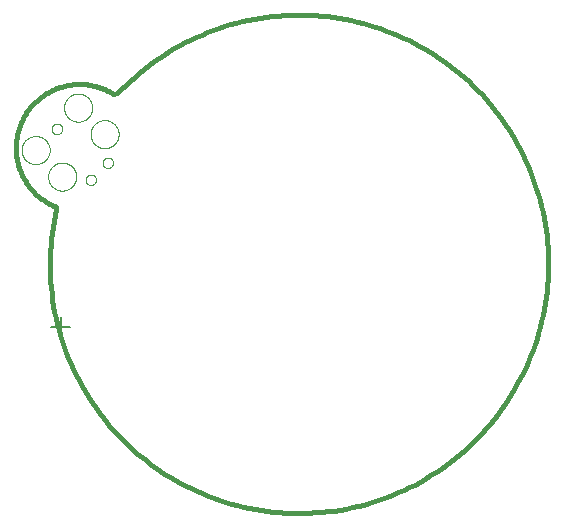
<source format=gbo>
G75*
%MOIN*%
%OFA0B0*%
%FSLAX25Y25*%
%IPPOS*%
%LPD*%
%AMOC8*
5,1,8,0,0,1.08239X$1,22.5*
%
%ADD10C,0.01600*%
%ADD11C,0.00000*%
%ADD12C,0.00800*%
D10*
X0019468Y0104650D02*
X0019041Y0102662D01*
X0018664Y0100665D01*
X0018336Y0098658D01*
X0018056Y0096644D01*
X0017827Y0094624D01*
X0017646Y0092599D01*
X0017516Y0090570D01*
X0017435Y0088539D01*
X0017403Y0086506D01*
X0017422Y0084473D01*
X0017490Y0082441D01*
X0017608Y0080411D01*
X0017776Y0078385D01*
X0017993Y0076364D01*
X0018260Y0074348D01*
X0018576Y0072340D01*
X0018941Y0070339D01*
X0019355Y0068349D01*
X0019817Y0066369D01*
X0020328Y0064401D01*
X0020887Y0062446D01*
X0021493Y0060506D01*
X0022147Y0058581D01*
X0022848Y0056672D01*
X0023595Y0054781D01*
X0024389Y0052910D01*
X0025228Y0051058D01*
X0026112Y0049227D01*
X0027040Y0047418D01*
X0028013Y0045633D01*
X0029029Y0043872D01*
X0030088Y0042136D01*
X0031188Y0040427D01*
X0032331Y0038745D01*
X0033514Y0037092D01*
X0034738Y0035468D01*
X0036000Y0033875D01*
X0037302Y0032313D01*
X0038641Y0030783D01*
X0040017Y0029286D01*
X0041430Y0027824D01*
X0042878Y0026397D01*
X0044360Y0025005D01*
X0045876Y0023651D01*
X0047425Y0022334D01*
X0049006Y0021055D01*
X0050617Y0019815D01*
X0052258Y0018615D01*
X0053928Y0017456D01*
X0055626Y0016337D01*
X0057351Y0015261D01*
X0059102Y0014227D01*
X0060877Y0013237D01*
X0062676Y0012290D01*
X0064498Y0011388D01*
X0066342Y0010530D01*
X0068205Y0009718D01*
X0070089Y0008951D01*
X0071990Y0008231D01*
X0073908Y0007558D01*
X0075843Y0006932D01*
X0077792Y0006353D01*
X0079754Y0005823D01*
X0081729Y0005340D01*
X0083716Y0004906D01*
X0085712Y0004521D01*
X0087717Y0004185D01*
X0089730Y0003898D01*
X0091749Y0003660D01*
X0093773Y0003472D01*
X0095802Y0003333D01*
X0097833Y0003244D01*
X0099866Y0003205D01*
X0101899Y0003216D01*
X0103931Y0003276D01*
X0105961Y0003386D01*
X0107988Y0003546D01*
X0110010Y0003755D01*
X0112027Y0004014D01*
X0114036Y0004322D01*
X0116038Y0004679D01*
X0118030Y0005086D01*
X0120011Y0005540D01*
X0121981Y0006043D01*
X0123938Y0006595D01*
X0125881Y0007193D01*
X0127809Y0007840D01*
X0129720Y0008533D01*
X0131614Y0009273D01*
X0133489Y0010059D01*
X0135344Y0010891D01*
X0137178Y0011767D01*
X0138991Y0012689D01*
X0140780Y0013655D01*
X0142545Y0014664D01*
X0144285Y0015716D01*
X0145998Y0016810D01*
X0147684Y0017946D01*
X0149342Y0019123D01*
X0150971Y0020340D01*
X0152569Y0021596D01*
X0154136Y0022891D01*
X0155671Y0024225D01*
X0157173Y0025595D01*
X0158641Y0027002D01*
X0160074Y0028444D01*
X0161471Y0029921D01*
X0162831Y0031432D01*
X0164155Y0032976D01*
X0165440Y0034551D01*
X0166686Y0036158D01*
X0167892Y0037794D01*
X0169058Y0039460D01*
X0170183Y0041153D01*
X0171266Y0042874D01*
X0172306Y0044621D01*
X0173304Y0046392D01*
X0174258Y0048188D01*
X0175167Y0050006D01*
X0176032Y0051846D01*
X0176852Y0053707D01*
X0177625Y0055587D01*
X0178353Y0057485D01*
X0179034Y0059401D01*
X0179667Y0061333D01*
X0180254Y0063280D01*
X0180792Y0065240D01*
X0181282Y0067213D01*
X0181724Y0069198D01*
X0182117Y0071193D01*
X0182461Y0073196D01*
X0182756Y0075208D01*
X0183001Y0077226D01*
X0183198Y0079250D01*
X0183344Y0081278D01*
X0183441Y0083308D01*
X0183488Y0085341D01*
X0183485Y0087374D01*
X0183433Y0089406D01*
X0183331Y0091437D01*
X0183179Y0093464D01*
X0182977Y0095488D01*
X0182726Y0097505D01*
X0182426Y0099516D01*
X0182077Y0101519D01*
X0181679Y0103512D01*
X0181232Y0105496D01*
X0180736Y0107468D01*
X0180193Y0109427D01*
X0179601Y0111372D01*
X0178963Y0113302D01*
X0178277Y0115216D01*
X0177544Y0117113D01*
X0176766Y0118991D01*
X0175941Y0120849D01*
X0175072Y0122687D01*
X0174157Y0124503D01*
X0173199Y0126296D01*
X0172196Y0128065D01*
X0171151Y0129809D01*
X0170064Y0131526D01*
X0168934Y0133217D01*
X0167764Y0134879D01*
X0166553Y0136513D01*
X0165303Y0138116D01*
X0164014Y0139688D01*
X0162687Y0141228D01*
X0161322Y0142735D01*
X0159921Y0144209D01*
X0158484Y0145647D01*
X0157013Y0147050D01*
X0155507Y0148417D01*
X0153969Y0149746D01*
X0152399Y0151037D01*
X0150797Y0152289D01*
X0149165Y0153502D01*
X0147504Y0154675D01*
X0145815Y0155806D01*
X0144099Y0156896D01*
X0142356Y0157943D01*
X0140588Y0158948D01*
X0138797Y0159908D01*
X0136982Y0160825D01*
X0135145Y0161697D01*
X0133288Y0162524D01*
X0131411Y0163305D01*
X0129515Y0164040D01*
X0127602Y0164728D01*
X0125673Y0165369D01*
X0123728Y0165963D01*
X0121770Y0166509D01*
X0119799Y0167007D01*
X0117816Y0167457D01*
X0115823Y0167857D01*
X0113820Y0168209D01*
X0111810Y0168512D01*
X0109793Y0168766D01*
X0107770Y0168970D01*
X0105742Y0169124D01*
X0103712Y0169229D01*
X0101680Y0169284D01*
X0099647Y0169289D01*
X0097614Y0169245D01*
X0095583Y0169150D01*
X0093555Y0169006D01*
X0091531Y0168813D01*
X0089513Y0168570D01*
X0087501Y0168277D01*
X0085496Y0167936D01*
X0083501Y0167545D01*
X0081516Y0167106D01*
X0079542Y0166619D01*
X0077581Y0166083D01*
X0075634Y0165499D01*
X0073701Y0164868D01*
X0071784Y0164189D01*
X0069885Y0163464D01*
X0068004Y0162693D01*
X0066142Y0161876D01*
X0064301Y0161013D01*
X0062482Y0160106D01*
X0060685Y0159155D01*
X0058912Y0158159D01*
X0057164Y0157121D01*
X0055442Y0156040D01*
X0053747Y0154917D01*
X0052080Y0153754D01*
X0050442Y0152549D01*
X0048834Y0151305D01*
X0047257Y0150022D01*
X0045712Y0148701D01*
X0044199Y0147342D01*
X0042720Y0145947D01*
X0041276Y0144516D01*
X0039867Y0143050D01*
X0038868Y0142750D02*
X0038431Y0143027D01*
X0037987Y0143293D01*
X0037537Y0143548D01*
X0037081Y0143792D01*
X0036619Y0144025D01*
X0036152Y0144246D01*
X0035679Y0144456D01*
X0035202Y0144654D01*
X0034719Y0144841D01*
X0034233Y0145016D01*
X0033742Y0145179D01*
X0033247Y0145330D01*
X0032749Y0145469D01*
X0032247Y0145596D01*
X0031743Y0145710D01*
X0031236Y0145812D01*
X0030727Y0145902D01*
X0030215Y0145979D01*
X0029702Y0146044D01*
X0029188Y0146096D01*
X0028672Y0146136D01*
X0028156Y0146163D01*
X0027639Y0146177D01*
X0027121Y0146179D01*
X0026604Y0146169D01*
X0026088Y0146145D01*
X0025572Y0146109D01*
X0025057Y0146061D01*
X0024543Y0146000D01*
X0024031Y0145926D01*
X0023521Y0145840D01*
X0023014Y0145742D01*
X0022508Y0145631D01*
X0022006Y0145508D01*
X0021507Y0145373D01*
X0021011Y0145226D01*
X0020519Y0145066D01*
X0020031Y0144895D01*
X0019547Y0144712D01*
X0019068Y0144517D01*
X0018594Y0144311D01*
X0018125Y0144093D01*
X0017662Y0143863D01*
X0017204Y0143623D01*
X0016752Y0143371D01*
X0016306Y0143108D01*
X0015867Y0142835D01*
X0015435Y0142551D01*
X0015010Y0142256D01*
X0014592Y0141951D01*
X0014182Y0141637D01*
X0013779Y0141312D01*
X0013385Y0140977D01*
X0012999Y0140633D01*
X0012621Y0140280D01*
X0012252Y0139918D01*
X0011892Y0139546D01*
X0011541Y0139166D01*
X0011200Y0138778D01*
X0010868Y0138381D01*
X0010546Y0137977D01*
X0010233Y0137564D01*
X0009931Y0137144D01*
X0009640Y0136717D01*
X0009358Y0136283D01*
X0009088Y0135843D01*
X0008828Y0135395D01*
X0008579Y0134942D01*
X0008342Y0134483D01*
X0008115Y0134018D01*
X0007900Y0133547D01*
X0007697Y0133072D01*
X0007505Y0132591D01*
X0007325Y0132107D01*
X0007157Y0131617D01*
X0007001Y0131124D01*
X0006857Y0130628D01*
X0006725Y0130128D01*
X0006605Y0129625D01*
X0006498Y0129119D01*
X0006403Y0128610D01*
X0006320Y0128100D01*
X0006250Y0127587D01*
X0006192Y0127073D01*
X0006147Y0126558D01*
X0006114Y0126042D01*
X0006094Y0125525D01*
X0006087Y0125008D01*
X0006092Y0124491D01*
X0006110Y0123974D01*
X0006141Y0123458D01*
X0006184Y0122942D01*
X0006239Y0122428D01*
X0006307Y0121915D01*
X0006388Y0121405D01*
X0006481Y0120896D01*
X0006586Y0120389D01*
X0006704Y0119886D01*
X0006834Y0119385D01*
X0006976Y0118888D01*
X0007130Y0118394D01*
X0007296Y0117905D01*
X0007474Y0117419D01*
X0007664Y0116938D01*
X0007866Y0116462D01*
X0008079Y0115990D01*
X0008303Y0115524D01*
X0008539Y0115064D01*
X0008786Y0114610D01*
X0009044Y0114161D01*
X0009313Y0113719D01*
X0009592Y0113284D01*
X0009882Y0112856D01*
X0010183Y0112435D01*
X0010493Y0112021D01*
X0010814Y0111616D01*
X0011144Y0111218D01*
X0011484Y0110828D01*
X0011833Y0110446D01*
X0012192Y0110074D01*
X0012559Y0109710D01*
X0012935Y0109355D01*
X0013320Y0109009D01*
X0013713Y0108673D01*
X0014114Y0108347D01*
X0014523Y0108030D01*
X0014940Y0107724D01*
X0015364Y0107428D01*
X0015795Y0107142D01*
X0016233Y0106867D01*
X0016677Y0106602D01*
X0017128Y0106349D01*
X0017585Y0106106D01*
X0018048Y0105875D01*
X0018516Y0105655D01*
X0018989Y0105447D01*
X0019467Y0105250D01*
D11*
X0016860Y0115340D02*
X0016862Y0115477D01*
X0016868Y0115613D01*
X0016878Y0115749D01*
X0016892Y0115885D01*
X0016910Y0116021D01*
X0016932Y0116156D01*
X0016957Y0116290D01*
X0016987Y0116423D01*
X0017021Y0116555D01*
X0017058Y0116687D01*
X0017099Y0116817D01*
X0017145Y0116946D01*
X0017193Y0117074D01*
X0017246Y0117200D01*
X0017302Y0117324D01*
X0017362Y0117447D01*
X0017425Y0117568D01*
X0017492Y0117687D01*
X0017562Y0117804D01*
X0017636Y0117920D01*
X0017713Y0118032D01*
X0017793Y0118143D01*
X0017877Y0118251D01*
X0017964Y0118357D01*
X0018053Y0118460D01*
X0018146Y0118560D01*
X0018241Y0118658D01*
X0018340Y0118753D01*
X0018441Y0118845D01*
X0018545Y0118933D01*
X0018651Y0119019D01*
X0018760Y0119102D01*
X0018871Y0119181D01*
X0018984Y0119258D01*
X0019100Y0119331D01*
X0019217Y0119400D01*
X0019337Y0119466D01*
X0019458Y0119528D01*
X0019582Y0119587D01*
X0019707Y0119643D01*
X0019833Y0119694D01*
X0019961Y0119742D01*
X0020090Y0119786D01*
X0020221Y0119827D01*
X0020353Y0119863D01*
X0020485Y0119896D01*
X0020619Y0119924D01*
X0020753Y0119949D01*
X0020888Y0119970D01*
X0021024Y0119987D01*
X0021160Y0120000D01*
X0021296Y0120009D01*
X0021433Y0120014D01*
X0021569Y0120015D01*
X0021706Y0120012D01*
X0021842Y0120005D01*
X0021978Y0119994D01*
X0022114Y0119979D01*
X0022249Y0119960D01*
X0022384Y0119937D01*
X0022518Y0119910D01*
X0022651Y0119880D01*
X0022783Y0119845D01*
X0022915Y0119807D01*
X0023044Y0119765D01*
X0023173Y0119719D01*
X0023300Y0119669D01*
X0023426Y0119615D01*
X0023550Y0119558D01*
X0023673Y0119498D01*
X0023793Y0119433D01*
X0023912Y0119366D01*
X0024028Y0119295D01*
X0024143Y0119220D01*
X0024255Y0119142D01*
X0024365Y0119061D01*
X0024473Y0118977D01*
X0024578Y0118889D01*
X0024680Y0118799D01*
X0024780Y0118706D01*
X0024877Y0118609D01*
X0024971Y0118510D01*
X0025062Y0118409D01*
X0025150Y0118304D01*
X0025235Y0118197D01*
X0025317Y0118088D01*
X0025396Y0117976D01*
X0025471Y0117862D01*
X0025543Y0117746D01*
X0025612Y0117628D01*
X0025677Y0117508D01*
X0025739Y0117386D01*
X0025797Y0117262D01*
X0025851Y0117137D01*
X0025902Y0117010D01*
X0025948Y0116882D01*
X0025992Y0116752D01*
X0026031Y0116621D01*
X0026067Y0116489D01*
X0026098Y0116356D01*
X0026126Y0116223D01*
X0026150Y0116088D01*
X0026170Y0115953D01*
X0026186Y0115817D01*
X0026198Y0115681D01*
X0026206Y0115545D01*
X0026210Y0115408D01*
X0026210Y0115272D01*
X0026206Y0115135D01*
X0026198Y0114999D01*
X0026186Y0114863D01*
X0026170Y0114727D01*
X0026150Y0114592D01*
X0026126Y0114457D01*
X0026098Y0114324D01*
X0026067Y0114191D01*
X0026031Y0114059D01*
X0025992Y0113928D01*
X0025948Y0113798D01*
X0025902Y0113670D01*
X0025851Y0113543D01*
X0025797Y0113418D01*
X0025739Y0113294D01*
X0025677Y0113172D01*
X0025612Y0113052D01*
X0025543Y0112934D01*
X0025471Y0112818D01*
X0025396Y0112704D01*
X0025317Y0112592D01*
X0025235Y0112483D01*
X0025150Y0112376D01*
X0025062Y0112271D01*
X0024971Y0112170D01*
X0024877Y0112071D01*
X0024780Y0111974D01*
X0024680Y0111881D01*
X0024578Y0111791D01*
X0024473Y0111703D01*
X0024365Y0111619D01*
X0024255Y0111538D01*
X0024143Y0111460D01*
X0024028Y0111385D01*
X0023912Y0111314D01*
X0023793Y0111247D01*
X0023673Y0111182D01*
X0023550Y0111122D01*
X0023426Y0111065D01*
X0023300Y0111011D01*
X0023173Y0110961D01*
X0023044Y0110915D01*
X0022915Y0110873D01*
X0022783Y0110835D01*
X0022651Y0110800D01*
X0022518Y0110770D01*
X0022384Y0110743D01*
X0022249Y0110720D01*
X0022114Y0110701D01*
X0021978Y0110686D01*
X0021842Y0110675D01*
X0021706Y0110668D01*
X0021569Y0110665D01*
X0021433Y0110666D01*
X0021296Y0110671D01*
X0021160Y0110680D01*
X0021024Y0110693D01*
X0020888Y0110710D01*
X0020753Y0110731D01*
X0020619Y0110756D01*
X0020485Y0110784D01*
X0020353Y0110817D01*
X0020221Y0110853D01*
X0020090Y0110894D01*
X0019961Y0110938D01*
X0019833Y0110986D01*
X0019707Y0111037D01*
X0019582Y0111093D01*
X0019458Y0111152D01*
X0019337Y0111214D01*
X0019217Y0111280D01*
X0019100Y0111349D01*
X0018984Y0111422D01*
X0018871Y0111499D01*
X0018760Y0111578D01*
X0018651Y0111661D01*
X0018545Y0111747D01*
X0018441Y0111835D01*
X0018340Y0111927D01*
X0018241Y0112022D01*
X0018146Y0112120D01*
X0018053Y0112220D01*
X0017964Y0112323D01*
X0017877Y0112429D01*
X0017793Y0112537D01*
X0017713Y0112648D01*
X0017636Y0112760D01*
X0017562Y0112876D01*
X0017492Y0112993D01*
X0017425Y0113112D01*
X0017362Y0113233D01*
X0017302Y0113356D01*
X0017246Y0113480D01*
X0017193Y0113606D01*
X0017145Y0113734D01*
X0017099Y0113863D01*
X0017058Y0113993D01*
X0017021Y0114125D01*
X0016987Y0114257D01*
X0016957Y0114390D01*
X0016932Y0114524D01*
X0016910Y0114659D01*
X0016892Y0114795D01*
X0016878Y0114931D01*
X0016868Y0115067D01*
X0016862Y0115203D01*
X0016860Y0115340D01*
X0008022Y0124179D02*
X0008024Y0124316D01*
X0008030Y0124452D01*
X0008040Y0124588D01*
X0008054Y0124724D01*
X0008072Y0124860D01*
X0008094Y0124995D01*
X0008119Y0125129D01*
X0008149Y0125262D01*
X0008183Y0125394D01*
X0008220Y0125526D01*
X0008261Y0125656D01*
X0008307Y0125785D01*
X0008355Y0125913D01*
X0008408Y0126039D01*
X0008464Y0126163D01*
X0008524Y0126286D01*
X0008587Y0126407D01*
X0008654Y0126526D01*
X0008724Y0126643D01*
X0008798Y0126759D01*
X0008875Y0126871D01*
X0008955Y0126982D01*
X0009039Y0127090D01*
X0009126Y0127196D01*
X0009215Y0127299D01*
X0009308Y0127399D01*
X0009403Y0127497D01*
X0009502Y0127592D01*
X0009603Y0127684D01*
X0009707Y0127772D01*
X0009813Y0127858D01*
X0009922Y0127941D01*
X0010033Y0128020D01*
X0010146Y0128097D01*
X0010262Y0128170D01*
X0010379Y0128239D01*
X0010499Y0128305D01*
X0010620Y0128367D01*
X0010744Y0128426D01*
X0010869Y0128482D01*
X0010995Y0128533D01*
X0011123Y0128581D01*
X0011252Y0128625D01*
X0011383Y0128666D01*
X0011515Y0128702D01*
X0011647Y0128735D01*
X0011781Y0128763D01*
X0011915Y0128788D01*
X0012050Y0128809D01*
X0012186Y0128826D01*
X0012322Y0128839D01*
X0012458Y0128848D01*
X0012595Y0128853D01*
X0012731Y0128854D01*
X0012868Y0128851D01*
X0013004Y0128844D01*
X0013140Y0128833D01*
X0013276Y0128818D01*
X0013411Y0128799D01*
X0013546Y0128776D01*
X0013680Y0128749D01*
X0013813Y0128719D01*
X0013945Y0128684D01*
X0014077Y0128646D01*
X0014206Y0128604D01*
X0014335Y0128558D01*
X0014462Y0128508D01*
X0014588Y0128454D01*
X0014712Y0128397D01*
X0014835Y0128337D01*
X0014955Y0128272D01*
X0015074Y0128205D01*
X0015190Y0128134D01*
X0015305Y0128059D01*
X0015417Y0127981D01*
X0015527Y0127900D01*
X0015635Y0127816D01*
X0015740Y0127728D01*
X0015842Y0127638D01*
X0015942Y0127545D01*
X0016039Y0127448D01*
X0016133Y0127349D01*
X0016224Y0127248D01*
X0016312Y0127143D01*
X0016397Y0127036D01*
X0016479Y0126927D01*
X0016558Y0126815D01*
X0016633Y0126701D01*
X0016705Y0126585D01*
X0016774Y0126467D01*
X0016839Y0126347D01*
X0016901Y0126225D01*
X0016959Y0126101D01*
X0017013Y0125976D01*
X0017064Y0125849D01*
X0017110Y0125721D01*
X0017154Y0125591D01*
X0017193Y0125460D01*
X0017229Y0125328D01*
X0017260Y0125195D01*
X0017288Y0125062D01*
X0017312Y0124927D01*
X0017332Y0124792D01*
X0017348Y0124656D01*
X0017360Y0124520D01*
X0017368Y0124384D01*
X0017372Y0124247D01*
X0017372Y0124111D01*
X0017368Y0123974D01*
X0017360Y0123838D01*
X0017348Y0123702D01*
X0017332Y0123566D01*
X0017312Y0123431D01*
X0017288Y0123296D01*
X0017260Y0123163D01*
X0017229Y0123030D01*
X0017193Y0122898D01*
X0017154Y0122767D01*
X0017110Y0122637D01*
X0017064Y0122509D01*
X0017013Y0122382D01*
X0016959Y0122257D01*
X0016901Y0122133D01*
X0016839Y0122011D01*
X0016774Y0121891D01*
X0016705Y0121773D01*
X0016633Y0121657D01*
X0016558Y0121543D01*
X0016479Y0121431D01*
X0016397Y0121322D01*
X0016312Y0121215D01*
X0016224Y0121110D01*
X0016133Y0121009D01*
X0016039Y0120910D01*
X0015942Y0120813D01*
X0015842Y0120720D01*
X0015740Y0120630D01*
X0015635Y0120542D01*
X0015527Y0120458D01*
X0015417Y0120377D01*
X0015305Y0120299D01*
X0015190Y0120224D01*
X0015074Y0120153D01*
X0014955Y0120086D01*
X0014835Y0120021D01*
X0014712Y0119961D01*
X0014588Y0119904D01*
X0014462Y0119850D01*
X0014335Y0119800D01*
X0014206Y0119754D01*
X0014077Y0119712D01*
X0013945Y0119674D01*
X0013813Y0119639D01*
X0013680Y0119609D01*
X0013546Y0119582D01*
X0013411Y0119559D01*
X0013276Y0119540D01*
X0013140Y0119525D01*
X0013004Y0119514D01*
X0012868Y0119507D01*
X0012731Y0119504D01*
X0012595Y0119505D01*
X0012458Y0119510D01*
X0012322Y0119519D01*
X0012186Y0119532D01*
X0012050Y0119549D01*
X0011915Y0119570D01*
X0011781Y0119595D01*
X0011647Y0119623D01*
X0011515Y0119656D01*
X0011383Y0119692D01*
X0011252Y0119733D01*
X0011123Y0119777D01*
X0010995Y0119825D01*
X0010869Y0119876D01*
X0010744Y0119932D01*
X0010620Y0119991D01*
X0010499Y0120053D01*
X0010379Y0120119D01*
X0010262Y0120188D01*
X0010146Y0120261D01*
X0010033Y0120338D01*
X0009922Y0120417D01*
X0009813Y0120500D01*
X0009707Y0120586D01*
X0009603Y0120674D01*
X0009502Y0120766D01*
X0009403Y0120861D01*
X0009308Y0120959D01*
X0009215Y0121059D01*
X0009126Y0121162D01*
X0009039Y0121268D01*
X0008955Y0121376D01*
X0008875Y0121487D01*
X0008798Y0121599D01*
X0008724Y0121715D01*
X0008654Y0121832D01*
X0008587Y0121951D01*
X0008524Y0122072D01*
X0008464Y0122195D01*
X0008408Y0122319D01*
X0008355Y0122445D01*
X0008307Y0122573D01*
X0008261Y0122702D01*
X0008220Y0122832D01*
X0008183Y0122964D01*
X0008149Y0123096D01*
X0008119Y0123229D01*
X0008094Y0123363D01*
X0008072Y0123498D01*
X0008054Y0123634D01*
X0008040Y0123770D01*
X0008030Y0123906D01*
X0008024Y0124042D01*
X0008022Y0124179D01*
X0018018Y0131250D02*
X0018020Y0131333D01*
X0018026Y0131416D01*
X0018036Y0131499D01*
X0018050Y0131581D01*
X0018067Y0131663D01*
X0018089Y0131743D01*
X0018114Y0131822D01*
X0018143Y0131900D01*
X0018176Y0131977D01*
X0018213Y0132052D01*
X0018252Y0132125D01*
X0018296Y0132196D01*
X0018342Y0132265D01*
X0018392Y0132332D01*
X0018445Y0132396D01*
X0018501Y0132458D01*
X0018560Y0132517D01*
X0018622Y0132573D01*
X0018686Y0132626D01*
X0018753Y0132676D01*
X0018822Y0132722D01*
X0018893Y0132766D01*
X0018966Y0132805D01*
X0019041Y0132842D01*
X0019118Y0132875D01*
X0019196Y0132904D01*
X0019275Y0132929D01*
X0019355Y0132951D01*
X0019437Y0132968D01*
X0019519Y0132982D01*
X0019602Y0132992D01*
X0019685Y0132998D01*
X0019768Y0133000D01*
X0019851Y0132998D01*
X0019934Y0132992D01*
X0020017Y0132982D01*
X0020099Y0132968D01*
X0020181Y0132951D01*
X0020261Y0132929D01*
X0020340Y0132904D01*
X0020418Y0132875D01*
X0020495Y0132842D01*
X0020570Y0132805D01*
X0020643Y0132766D01*
X0020714Y0132722D01*
X0020783Y0132676D01*
X0020850Y0132626D01*
X0020914Y0132573D01*
X0020976Y0132517D01*
X0021035Y0132458D01*
X0021091Y0132396D01*
X0021144Y0132332D01*
X0021194Y0132265D01*
X0021240Y0132196D01*
X0021284Y0132125D01*
X0021323Y0132052D01*
X0021360Y0131977D01*
X0021393Y0131900D01*
X0021422Y0131822D01*
X0021447Y0131743D01*
X0021469Y0131663D01*
X0021486Y0131581D01*
X0021500Y0131499D01*
X0021510Y0131416D01*
X0021516Y0131333D01*
X0021518Y0131250D01*
X0021516Y0131167D01*
X0021510Y0131084D01*
X0021500Y0131001D01*
X0021486Y0130919D01*
X0021469Y0130837D01*
X0021447Y0130757D01*
X0021422Y0130678D01*
X0021393Y0130600D01*
X0021360Y0130523D01*
X0021323Y0130448D01*
X0021284Y0130375D01*
X0021240Y0130304D01*
X0021194Y0130235D01*
X0021144Y0130168D01*
X0021091Y0130104D01*
X0021035Y0130042D01*
X0020976Y0129983D01*
X0020914Y0129927D01*
X0020850Y0129874D01*
X0020783Y0129824D01*
X0020714Y0129778D01*
X0020643Y0129734D01*
X0020570Y0129695D01*
X0020495Y0129658D01*
X0020418Y0129625D01*
X0020340Y0129596D01*
X0020261Y0129571D01*
X0020181Y0129549D01*
X0020099Y0129532D01*
X0020017Y0129518D01*
X0019934Y0129508D01*
X0019851Y0129502D01*
X0019768Y0129500D01*
X0019685Y0129502D01*
X0019602Y0129508D01*
X0019519Y0129518D01*
X0019437Y0129532D01*
X0019355Y0129549D01*
X0019275Y0129571D01*
X0019196Y0129596D01*
X0019118Y0129625D01*
X0019041Y0129658D01*
X0018966Y0129695D01*
X0018893Y0129734D01*
X0018822Y0129778D01*
X0018753Y0129824D01*
X0018686Y0129874D01*
X0018622Y0129927D01*
X0018560Y0129983D01*
X0018501Y0130042D01*
X0018445Y0130104D01*
X0018392Y0130168D01*
X0018342Y0130235D01*
X0018296Y0130304D01*
X0018252Y0130375D01*
X0018213Y0130448D01*
X0018176Y0130523D01*
X0018143Y0130600D01*
X0018114Y0130678D01*
X0018089Y0130757D01*
X0018067Y0130837D01*
X0018050Y0130919D01*
X0018036Y0131001D01*
X0018026Y0131084D01*
X0018020Y0131167D01*
X0018018Y0131250D01*
X0022164Y0138321D02*
X0022166Y0138458D01*
X0022172Y0138594D01*
X0022182Y0138730D01*
X0022196Y0138866D01*
X0022214Y0139002D01*
X0022236Y0139137D01*
X0022261Y0139271D01*
X0022291Y0139404D01*
X0022325Y0139536D01*
X0022362Y0139668D01*
X0022403Y0139798D01*
X0022449Y0139927D01*
X0022497Y0140055D01*
X0022550Y0140181D01*
X0022606Y0140305D01*
X0022666Y0140428D01*
X0022729Y0140549D01*
X0022796Y0140668D01*
X0022866Y0140785D01*
X0022940Y0140901D01*
X0023017Y0141013D01*
X0023097Y0141124D01*
X0023181Y0141232D01*
X0023268Y0141338D01*
X0023357Y0141441D01*
X0023450Y0141541D01*
X0023545Y0141639D01*
X0023644Y0141734D01*
X0023745Y0141826D01*
X0023849Y0141914D01*
X0023955Y0142000D01*
X0024064Y0142083D01*
X0024175Y0142162D01*
X0024288Y0142239D01*
X0024404Y0142312D01*
X0024521Y0142381D01*
X0024641Y0142447D01*
X0024762Y0142509D01*
X0024886Y0142568D01*
X0025011Y0142624D01*
X0025137Y0142675D01*
X0025265Y0142723D01*
X0025394Y0142767D01*
X0025525Y0142808D01*
X0025657Y0142844D01*
X0025789Y0142877D01*
X0025923Y0142905D01*
X0026057Y0142930D01*
X0026192Y0142951D01*
X0026328Y0142968D01*
X0026464Y0142981D01*
X0026600Y0142990D01*
X0026737Y0142995D01*
X0026873Y0142996D01*
X0027010Y0142993D01*
X0027146Y0142986D01*
X0027282Y0142975D01*
X0027418Y0142960D01*
X0027553Y0142941D01*
X0027688Y0142918D01*
X0027822Y0142891D01*
X0027955Y0142861D01*
X0028087Y0142826D01*
X0028219Y0142788D01*
X0028348Y0142746D01*
X0028477Y0142700D01*
X0028604Y0142650D01*
X0028730Y0142596D01*
X0028854Y0142539D01*
X0028977Y0142479D01*
X0029097Y0142414D01*
X0029216Y0142347D01*
X0029332Y0142276D01*
X0029447Y0142201D01*
X0029559Y0142123D01*
X0029669Y0142042D01*
X0029777Y0141958D01*
X0029882Y0141870D01*
X0029984Y0141780D01*
X0030084Y0141687D01*
X0030181Y0141590D01*
X0030275Y0141491D01*
X0030366Y0141390D01*
X0030454Y0141285D01*
X0030539Y0141178D01*
X0030621Y0141069D01*
X0030700Y0140957D01*
X0030775Y0140843D01*
X0030847Y0140727D01*
X0030916Y0140609D01*
X0030981Y0140489D01*
X0031043Y0140367D01*
X0031101Y0140243D01*
X0031155Y0140118D01*
X0031206Y0139991D01*
X0031252Y0139863D01*
X0031296Y0139733D01*
X0031335Y0139602D01*
X0031371Y0139470D01*
X0031402Y0139337D01*
X0031430Y0139204D01*
X0031454Y0139069D01*
X0031474Y0138934D01*
X0031490Y0138798D01*
X0031502Y0138662D01*
X0031510Y0138526D01*
X0031514Y0138389D01*
X0031514Y0138253D01*
X0031510Y0138116D01*
X0031502Y0137980D01*
X0031490Y0137844D01*
X0031474Y0137708D01*
X0031454Y0137573D01*
X0031430Y0137438D01*
X0031402Y0137305D01*
X0031371Y0137172D01*
X0031335Y0137040D01*
X0031296Y0136909D01*
X0031252Y0136779D01*
X0031206Y0136651D01*
X0031155Y0136524D01*
X0031101Y0136399D01*
X0031043Y0136275D01*
X0030981Y0136153D01*
X0030916Y0136033D01*
X0030847Y0135915D01*
X0030775Y0135799D01*
X0030700Y0135685D01*
X0030621Y0135573D01*
X0030539Y0135464D01*
X0030454Y0135357D01*
X0030366Y0135252D01*
X0030275Y0135151D01*
X0030181Y0135052D01*
X0030084Y0134955D01*
X0029984Y0134862D01*
X0029882Y0134772D01*
X0029777Y0134684D01*
X0029669Y0134600D01*
X0029559Y0134519D01*
X0029447Y0134441D01*
X0029332Y0134366D01*
X0029216Y0134295D01*
X0029097Y0134228D01*
X0028977Y0134163D01*
X0028854Y0134103D01*
X0028730Y0134046D01*
X0028604Y0133992D01*
X0028477Y0133942D01*
X0028348Y0133896D01*
X0028219Y0133854D01*
X0028087Y0133816D01*
X0027955Y0133781D01*
X0027822Y0133751D01*
X0027688Y0133724D01*
X0027553Y0133701D01*
X0027418Y0133682D01*
X0027282Y0133667D01*
X0027146Y0133656D01*
X0027010Y0133649D01*
X0026873Y0133646D01*
X0026737Y0133647D01*
X0026600Y0133652D01*
X0026464Y0133661D01*
X0026328Y0133674D01*
X0026192Y0133691D01*
X0026057Y0133712D01*
X0025923Y0133737D01*
X0025789Y0133765D01*
X0025657Y0133798D01*
X0025525Y0133834D01*
X0025394Y0133875D01*
X0025265Y0133919D01*
X0025137Y0133967D01*
X0025011Y0134018D01*
X0024886Y0134074D01*
X0024762Y0134133D01*
X0024641Y0134195D01*
X0024521Y0134261D01*
X0024404Y0134330D01*
X0024288Y0134403D01*
X0024175Y0134480D01*
X0024064Y0134559D01*
X0023955Y0134642D01*
X0023849Y0134728D01*
X0023745Y0134816D01*
X0023644Y0134908D01*
X0023545Y0135003D01*
X0023450Y0135101D01*
X0023357Y0135201D01*
X0023268Y0135304D01*
X0023181Y0135410D01*
X0023097Y0135518D01*
X0023017Y0135629D01*
X0022940Y0135741D01*
X0022866Y0135857D01*
X0022796Y0135974D01*
X0022729Y0136093D01*
X0022666Y0136214D01*
X0022606Y0136337D01*
X0022550Y0136461D01*
X0022497Y0136587D01*
X0022449Y0136715D01*
X0022403Y0136844D01*
X0022362Y0136974D01*
X0022325Y0137106D01*
X0022291Y0137238D01*
X0022261Y0137371D01*
X0022236Y0137505D01*
X0022214Y0137640D01*
X0022196Y0137776D01*
X0022182Y0137912D01*
X0022172Y0138048D01*
X0022166Y0138184D01*
X0022164Y0138321D01*
X0031003Y0129482D02*
X0031005Y0129619D01*
X0031011Y0129755D01*
X0031021Y0129891D01*
X0031035Y0130027D01*
X0031053Y0130163D01*
X0031075Y0130298D01*
X0031100Y0130432D01*
X0031130Y0130565D01*
X0031164Y0130697D01*
X0031201Y0130829D01*
X0031242Y0130959D01*
X0031288Y0131088D01*
X0031336Y0131216D01*
X0031389Y0131342D01*
X0031445Y0131466D01*
X0031505Y0131589D01*
X0031568Y0131710D01*
X0031635Y0131829D01*
X0031705Y0131946D01*
X0031779Y0132062D01*
X0031856Y0132174D01*
X0031936Y0132285D01*
X0032020Y0132393D01*
X0032107Y0132499D01*
X0032196Y0132602D01*
X0032289Y0132702D01*
X0032384Y0132800D01*
X0032483Y0132895D01*
X0032584Y0132987D01*
X0032688Y0133075D01*
X0032794Y0133161D01*
X0032903Y0133244D01*
X0033014Y0133323D01*
X0033127Y0133400D01*
X0033243Y0133473D01*
X0033360Y0133542D01*
X0033480Y0133608D01*
X0033601Y0133670D01*
X0033725Y0133729D01*
X0033850Y0133785D01*
X0033976Y0133836D01*
X0034104Y0133884D01*
X0034233Y0133928D01*
X0034364Y0133969D01*
X0034496Y0134005D01*
X0034628Y0134038D01*
X0034762Y0134066D01*
X0034896Y0134091D01*
X0035031Y0134112D01*
X0035167Y0134129D01*
X0035303Y0134142D01*
X0035439Y0134151D01*
X0035576Y0134156D01*
X0035712Y0134157D01*
X0035849Y0134154D01*
X0035985Y0134147D01*
X0036121Y0134136D01*
X0036257Y0134121D01*
X0036392Y0134102D01*
X0036527Y0134079D01*
X0036661Y0134052D01*
X0036794Y0134022D01*
X0036926Y0133987D01*
X0037058Y0133949D01*
X0037187Y0133907D01*
X0037316Y0133861D01*
X0037443Y0133811D01*
X0037569Y0133757D01*
X0037693Y0133700D01*
X0037816Y0133640D01*
X0037936Y0133575D01*
X0038055Y0133508D01*
X0038171Y0133437D01*
X0038286Y0133362D01*
X0038398Y0133284D01*
X0038508Y0133203D01*
X0038616Y0133119D01*
X0038721Y0133031D01*
X0038823Y0132941D01*
X0038923Y0132848D01*
X0039020Y0132751D01*
X0039114Y0132652D01*
X0039205Y0132551D01*
X0039293Y0132446D01*
X0039378Y0132339D01*
X0039460Y0132230D01*
X0039539Y0132118D01*
X0039614Y0132004D01*
X0039686Y0131888D01*
X0039755Y0131770D01*
X0039820Y0131650D01*
X0039882Y0131528D01*
X0039940Y0131404D01*
X0039994Y0131279D01*
X0040045Y0131152D01*
X0040091Y0131024D01*
X0040135Y0130894D01*
X0040174Y0130763D01*
X0040210Y0130631D01*
X0040241Y0130498D01*
X0040269Y0130365D01*
X0040293Y0130230D01*
X0040313Y0130095D01*
X0040329Y0129959D01*
X0040341Y0129823D01*
X0040349Y0129687D01*
X0040353Y0129550D01*
X0040353Y0129414D01*
X0040349Y0129277D01*
X0040341Y0129141D01*
X0040329Y0129005D01*
X0040313Y0128869D01*
X0040293Y0128734D01*
X0040269Y0128599D01*
X0040241Y0128466D01*
X0040210Y0128333D01*
X0040174Y0128201D01*
X0040135Y0128070D01*
X0040091Y0127940D01*
X0040045Y0127812D01*
X0039994Y0127685D01*
X0039940Y0127560D01*
X0039882Y0127436D01*
X0039820Y0127314D01*
X0039755Y0127194D01*
X0039686Y0127076D01*
X0039614Y0126960D01*
X0039539Y0126846D01*
X0039460Y0126734D01*
X0039378Y0126625D01*
X0039293Y0126518D01*
X0039205Y0126413D01*
X0039114Y0126312D01*
X0039020Y0126213D01*
X0038923Y0126116D01*
X0038823Y0126023D01*
X0038721Y0125933D01*
X0038616Y0125845D01*
X0038508Y0125761D01*
X0038398Y0125680D01*
X0038286Y0125602D01*
X0038171Y0125527D01*
X0038055Y0125456D01*
X0037936Y0125389D01*
X0037816Y0125324D01*
X0037693Y0125264D01*
X0037569Y0125207D01*
X0037443Y0125153D01*
X0037316Y0125103D01*
X0037187Y0125057D01*
X0037058Y0125015D01*
X0036926Y0124977D01*
X0036794Y0124942D01*
X0036661Y0124912D01*
X0036527Y0124885D01*
X0036392Y0124862D01*
X0036257Y0124843D01*
X0036121Y0124828D01*
X0035985Y0124817D01*
X0035849Y0124810D01*
X0035712Y0124807D01*
X0035576Y0124808D01*
X0035439Y0124813D01*
X0035303Y0124822D01*
X0035167Y0124835D01*
X0035031Y0124852D01*
X0034896Y0124873D01*
X0034762Y0124898D01*
X0034628Y0124926D01*
X0034496Y0124959D01*
X0034364Y0124995D01*
X0034233Y0125036D01*
X0034104Y0125080D01*
X0033976Y0125128D01*
X0033850Y0125179D01*
X0033725Y0125235D01*
X0033601Y0125294D01*
X0033480Y0125356D01*
X0033360Y0125422D01*
X0033243Y0125491D01*
X0033127Y0125564D01*
X0033014Y0125641D01*
X0032903Y0125720D01*
X0032794Y0125803D01*
X0032688Y0125889D01*
X0032584Y0125977D01*
X0032483Y0126069D01*
X0032384Y0126164D01*
X0032289Y0126262D01*
X0032196Y0126362D01*
X0032107Y0126465D01*
X0032020Y0126571D01*
X0031936Y0126679D01*
X0031856Y0126790D01*
X0031779Y0126902D01*
X0031705Y0127018D01*
X0031635Y0127135D01*
X0031568Y0127254D01*
X0031505Y0127375D01*
X0031445Y0127498D01*
X0031389Y0127622D01*
X0031336Y0127748D01*
X0031288Y0127876D01*
X0031242Y0128005D01*
X0031201Y0128135D01*
X0031164Y0128267D01*
X0031130Y0128399D01*
X0031100Y0128532D01*
X0031075Y0128666D01*
X0031053Y0128801D01*
X0031035Y0128937D01*
X0031021Y0129073D01*
X0031011Y0129209D01*
X0031005Y0129345D01*
X0031003Y0129482D01*
X0034988Y0119936D02*
X0034990Y0120019D01*
X0034996Y0120102D01*
X0035006Y0120185D01*
X0035020Y0120267D01*
X0035037Y0120349D01*
X0035059Y0120429D01*
X0035084Y0120508D01*
X0035113Y0120586D01*
X0035146Y0120663D01*
X0035183Y0120738D01*
X0035222Y0120811D01*
X0035266Y0120882D01*
X0035312Y0120951D01*
X0035362Y0121018D01*
X0035415Y0121082D01*
X0035471Y0121144D01*
X0035530Y0121203D01*
X0035592Y0121259D01*
X0035656Y0121312D01*
X0035723Y0121362D01*
X0035792Y0121408D01*
X0035863Y0121452D01*
X0035936Y0121491D01*
X0036011Y0121528D01*
X0036088Y0121561D01*
X0036166Y0121590D01*
X0036245Y0121615D01*
X0036325Y0121637D01*
X0036407Y0121654D01*
X0036489Y0121668D01*
X0036572Y0121678D01*
X0036655Y0121684D01*
X0036738Y0121686D01*
X0036821Y0121684D01*
X0036904Y0121678D01*
X0036987Y0121668D01*
X0037069Y0121654D01*
X0037151Y0121637D01*
X0037231Y0121615D01*
X0037310Y0121590D01*
X0037388Y0121561D01*
X0037465Y0121528D01*
X0037540Y0121491D01*
X0037613Y0121452D01*
X0037684Y0121408D01*
X0037753Y0121362D01*
X0037820Y0121312D01*
X0037884Y0121259D01*
X0037946Y0121203D01*
X0038005Y0121144D01*
X0038061Y0121082D01*
X0038114Y0121018D01*
X0038164Y0120951D01*
X0038210Y0120882D01*
X0038254Y0120811D01*
X0038293Y0120738D01*
X0038330Y0120663D01*
X0038363Y0120586D01*
X0038392Y0120508D01*
X0038417Y0120429D01*
X0038439Y0120349D01*
X0038456Y0120267D01*
X0038470Y0120185D01*
X0038480Y0120102D01*
X0038486Y0120019D01*
X0038488Y0119936D01*
X0038486Y0119853D01*
X0038480Y0119770D01*
X0038470Y0119687D01*
X0038456Y0119605D01*
X0038439Y0119523D01*
X0038417Y0119443D01*
X0038392Y0119364D01*
X0038363Y0119286D01*
X0038330Y0119209D01*
X0038293Y0119134D01*
X0038254Y0119061D01*
X0038210Y0118990D01*
X0038164Y0118921D01*
X0038114Y0118854D01*
X0038061Y0118790D01*
X0038005Y0118728D01*
X0037946Y0118669D01*
X0037884Y0118613D01*
X0037820Y0118560D01*
X0037753Y0118510D01*
X0037684Y0118464D01*
X0037613Y0118420D01*
X0037540Y0118381D01*
X0037465Y0118344D01*
X0037388Y0118311D01*
X0037310Y0118282D01*
X0037231Y0118257D01*
X0037151Y0118235D01*
X0037069Y0118218D01*
X0036987Y0118204D01*
X0036904Y0118194D01*
X0036821Y0118188D01*
X0036738Y0118186D01*
X0036655Y0118188D01*
X0036572Y0118194D01*
X0036489Y0118204D01*
X0036407Y0118218D01*
X0036325Y0118235D01*
X0036245Y0118257D01*
X0036166Y0118282D01*
X0036088Y0118311D01*
X0036011Y0118344D01*
X0035936Y0118381D01*
X0035863Y0118420D01*
X0035792Y0118464D01*
X0035723Y0118510D01*
X0035656Y0118560D01*
X0035592Y0118613D01*
X0035530Y0118669D01*
X0035471Y0118728D01*
X0035415Y0118790D01*
X0035362Y0118854D01*
X0035312Y0118921D01*
X0035266Y0118990D01*
X0035222Y0119061D01*
X0035183Y0119134D01*
X0035146Y0119209D01*
X0035113Y0119286D01*
X0035084Y0119364D01*
X0035059Y0119443D01*
X0035037Y0119523D01*
X0035020Y0119605D01*
X0035006Y0119687D01*
X0034996Y0119770D01*
X0034990Y0119853D01*
X0034988Y0119936D01*
X0029331Y0114279D02*
X0029333Y0114362D01*
X0029339Y0114445D01*
X0029349Y0114528D01*
X0029363Y0114610D01*
X0029380Y0114692D01*
X0029402Y0114772D01*
X0029427Y0114851D01*
X0029456Y0114929D01*
X0029489Y0115006D01*
X0029526Y0115081D01*
X0029565Y0115154D01*
X0029609Y0115225D01*
X0029655Y0115294D01*
X0029705Y0115361D01*
X0029758Y0115425D01*
X0029814Y0115487D01*
X0029873Y0115546D01*
X0029935Y0115602D01*
X0029999Y0115655D01*
X0030066Y0115705D01*
X0030135Y0115751D01*
X0030206Y0115795D01*
X0030279Y0115834D01*
X0030354Y0115871D01*
X0030431Y0115904D01*
X0030509Y0115933D01*
X0030588Y0115958D01*
X0030668Y0115980D01*
X0030750Y0115997D01*
X0030832Y0116011D01*
X0030915Y0116021D01*
X0030998Y0116027D01*
X0031081Y0116029D01*
X0031164Y0116027D01*
X0031247Y0116021D01*
X0031330Y0116011D01*
X0031412Y0115997D01*
X0031494Y0115980D01*
X0031574Y0115958D01*
X0031653Y0115933D01*
X0031731Y0115904D01*
X0031808Y0115871D01*
X0031883Y0115834D01*
X0031956Y0115795D01*
X0032027Y0115751D01*
X0032096Y0115705D01*
X0032163Y0115655D01*
X0032227Y0115602D01*
X0032289Y0115546D01*
X0032348Y0115487D01*
X0032404Y0115425D01*
X0032457Y0115361D01*
X0032507Y0115294D01*
X0032553Y0115225D01*
X0032597Y0115154D01*
X0032636Y0115081D01*
X0032673Y0115006D01*
X0032706Y0114929D01*
X0032735Y0114851D01*
X0032760Y0114772D01*
X0032782Y0114692D01*
X0032799Y0114610D01*
X0032813Y0114528D01*
X0032823Y0114445D01*
X0032829Y0114362D01*
X0032831Y0114279D01*
X0032829Y0114196D01*
X0032823Y0114113D01*
X0032813Y0114030D01*
X0032799Y0113948D01*
X0032782Y0113866D01*
X0032760Y0113786D01*
X0032735Y0113707D01*
X0032706Y0113629D01*
X0032673Y0113552D01*
X0032636Y0113477D01*
X0032597Y0113404D01*
X0032553Y0113333D01*
X0032507Y0113264D01*
X0032457Y0113197D01*
X0032404Y0113133D01*
X0032348Y0113071D01*
X0032289Y0113012D01*
X0032227Y0112956D01*
X0032163Y0112903D01*
X0032096Y0112853D01*
X0032027Y0112807D01*
X0031956Y0112763D01*
X0031883Y0112724D01*
X0031808Y0112687D01*
X0031731Y0112654D01*
X0031653Y0112625D01*
X0031574Y0112600D01*
X0031494Y0112578D01*
X0031412Y0112561D01*
X0031330Y0112547D01*
X0031247Y0112537D01*
X0031164Y0112531D01*
X0031081Y0112529D01*
X0030998Y0112531D01*
X0030915Y0112537D01*
X0030832Y0112547D01*
X0030750Y0112561D01*
X0030668Y0112578D01*
X0030588Y0112600D01*
X0030509Y0112625D01*
X0030431Y0112654D01*
X0030354Y0112687D01*
X0030279Y0112724D01*
X0030206Y0112763D01*
X0030135Y0112807D01*
X0030066Y0112853D01*
X0029999Y0112903D01*
X0029935Y0112956D01*
X0029873Y0113012D01*
X0029814Y0113071D01*
X0029758Y0113133D01*
X0029705Y0113197D01*
X0029655Y0113264D01*
X0029609Y0113333D01*
X0029565Y0113404D01*
X0029526Y0113477D01*
X0029489Y0113552D01*
X0029456Y0113629D01*
X0029427Y0113707D01*
X0029402Y0113786D01*
X0029380Y0113866D01*
X0029363Y0113948D01*
X0029349Y0114030D01*
X0029339Y0114113D01*
X0029333Y0114196D01*
X0029331Y0114279D01*
D12*
X0021024Y0068418D02*
X0021024Y0062280D01*
X0017954Y0065349D02*
X0024093Y0065349D01*
M02*

</source>
